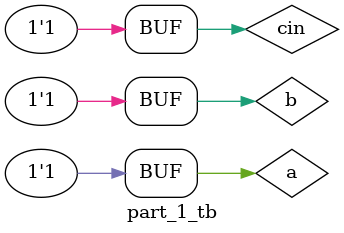
<source format=v>
`include "dataflow.v"
module part_1_tb();
wire diff,borrow;
reg a,b,cin;
part_1 Instance0(a,b,cin,diff,borrow);
initial begin
$dumpfile("test.vcd");
$dumpvars(0,part_1_tb);
a=0;b=0;cin=0;
 #1 cin=1;
 #1 b=1;cin=0;
 #1 cin=1;
 #1 a=1;b=0;cin=0;
 #1 cin=1;
 #1 b=1;cin=0;
 #1 cin=1;
end
initial begin
$monitor("%t, a=%d | b=%d | cin=%d | diff=%d | borrow=%d", $time, a,b,cin,borrow,diff);
end
endmodule


</source>
